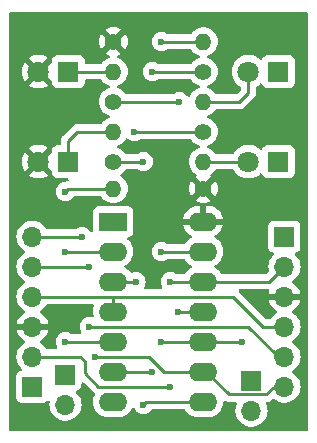
<source format=gbr>
%TF.GenerationSoftware,KiCad,Pcbnew,8.0.4*%
%TF.CreationDate,2024-09-17T13:39:00-04:00*%
%TF.ProjectId,FTDI_Monitor,46544449-5f4d-46f6-9e69-746f722e6b69,2*%
%TF.SameCoordinates,Original*%
%TF.FileFunction,Copper,L1,Top*%
%TF.FilePolarity,Positive*%
%FSLAX46Y46*%
G04 Gerber Fmt 4.6, Leading zero omitted, Abs format (unit mm)*
G04 Created by KiCad (PCBNEW 8.0.4) date 2024-09-17 13:39:00*
%MOMM*%
%LPD*%
G01*
G04 APERTURE LIST*
%TA.AperFunction,ComponentPad*%
%ADD10R,1.700000X1.700000*%
%TD*%
%TA.AperFunction,ComponentPad*%
%ADD11O,1.700000X1.700000*%
%TD*%
%TA.AperFunction,ComponentPad*%
%ADD12R,1.800000X1.800000*%
%TD*%
%TA.AperFunction,ComponentPad*%
%ADD13C,1.800000*%
%TD*%
%TA.AperFunction,ComponentPad*%
%ADD14C,1.400000*%
%TD*%
%TA.AperFunction,ComponentPad*%
%ADD15O,1.400000X1.400000*%
%TD*%
%TA.AperFunction,ComponentPad*%
%ADD16R,2.400000X1.600000*%
%TD*%
%TA.AperFunction,ComponentPad*%
%ADD17O,2.400000X1.600000*%
%TD*%
%TA.AperFunction,ViaPad*%
%ADD18C,0.600000*%
%TD*%
%TA.AperFunction,Conductor*%
%ADD19C,0.250000*%
%TD*%
G04 APERTURE END LIST*
D10*
%TO.P,J3,1,Pin_1*%
%TO.N,Net-(J3-Pin_1)*%
X84074000Y-54102000D03*
D11*
%TO.P,J3,2,Pin_2*%
%TO.N,/GND*%
X84074000Y-56642000D03*
%TD*%
D12*
%TO.P,D4,1,K*%
%TO.N,/GND*%
X86360000Y-35560000D03*
D13*
%TO.P,D4,2,A*%
%TO.N,Net-(D1-A)*%
X83820000Y-35560000D03*
%TD*%
D10*
%TO.P,J4,1,Pin_1*%
%TO.N,Net-(J4-Pin_1)*%
X68326000Y-53589000D03*
D11*
%TO.P,J4,2,Pin_2*%
%TO.N,/GND*%
X68326000Y-56129000D03*
%TD*%
D12*
%TO.P,D2,1,K*%
%TO.N,/GND*%
X86360000Y-27940000D03*
D13*
%TO.P,D2,2,A*%
%TO.N,Net-(D4-A)*%
X83820000Y-27940000D03*
%TD*%
D12*
%TO.P,D3,1,K*%
%TO.N,Net-(D2-K)*%
X68580000Y-35560000D03*
D13*
%TO.P,D3,2,A*%
%TO.N,/VCC*%
X66040000Y-35560000D03*
%TD*%
D10*
%TO.P,J1,1,GND*%
%TO.N,/GND*%
X86868000Y-41910000D03*
D11*
%TO.P,J1,2,CTS<*%
%TO.N,/M_CTS*%
X86868000Y-44450000D03*
%TO.P,J1,3,VCC*%
%TO.N,/VCC*%
X86868000Y-46990000D03*
%TO.P,J1,4,TX>*%
%TO.N,/M_TX*%
X86868000Y-49530000D03*
%TO.P,J1,5,RX<*%
%TO.N,/M_RX*%
X86868000Y-52070000D03*
%TO.P,J1,6,RTS>*%
%TO.N,/M_RTS*%
X86868000Y-54610000D03*
%TD*%
D14*
%TO.P,R2,1*%
%TO.N,Net-(R2-Pad1)*%
X80010000Y-27940000D03*
D15*
%TO.P,R2,2*%
%TO.N,Net-(D3-K)*%
X72390000Y-27940000D03*
%TD*%
D14*
%TO.P,R1,1*%
%TO.N,/VCC*%
X72390000Y-25400000D03*
D15*
%TO.P,R1,2*%
%TO.N,Net-(J3-Pin_1)*%
X80010000Y-25400000D03*
%TD*%
D14*
%TO.P,R4,1*%
%TO.N,Net-(R4-Pad1)*%
X80010000Y-33020000D03*
D15*
%TO.P,R4,2*%
%TO.N,Net-(D2-K)*%
X72390000Y-33020000D03*
%TD*%
D12*
%TO.P,D1,1,K*%
%TO.N,Net-(D3-K)*%
X68580000Y-27940000D03*
D13*
%TO.P,D1,2,A*%
%TO.N,/VCC*%
X66040000Y-27940000D03*
%TD*%
D14*
%TO.P,R5,1*%
%TO.N,Net-(R5-Pad1)*%
X72390000Y-35560000D03*
D15*
%TO.P,R5,2*%
%TO.N,Net-(D1-A)*%
X80010000Y-35560000D03*
%TD*%
D14*
%TO.P,R3,1*%
%TO.N,Net-(R3-Pad1)*%
X72390000Y-30480000D03*
D15*
%TO.P,R3,2*%
%TO.N,Net-(D4-A)*%
X80010000Y-30480000D03*
%TD*%
D16*
%TO.P,U1,1*%
%TO.N,/M_RX*%
X72375000Y-40635000D03*
D17*
%TO.P,U1,2*%
%TO.N,Net-(J4-Pin_1)*%
X72375000Y-43175000D03*
%TO.P,U1,3*%
%TO.N,Net-(R4-Pad1)*%
X72375000Y-45715000D03*
%TO.P,U1,4*%
%TO.N,/M_TX*%
X72375000Y-48255000D03*
%TO.P,U1,5*%
%TO.N,Net-(J4-Pin_1)*%
X72375000Y-50795000D03*
%TO.P,U1,6*%
%TO.N,Net-(R2-Pad1)*%
X72375000Y-53335000D03*
%TO.P,U1,7,GND*%
%TO.N,/GND*%
X72375000Y-55875000D03*
%TO.P,U1,8*%
%TO.N,Net-(R5-Pad1)*%
X79995000Y-55875000D03*
%TO.P,U1,9*%
%TO.N,/M_RTS*%
X79995000Y-53335000D03*
%TO.P,U1,10*%
%TO.N,Net-(J3-Pin_1)*%
X79995000Y-50795000D03*
%TO.P,U1,11*%
%TO.N,Net-(R3-Pad1)*%
X79995000Y-48255000D03*
%TO.P,U1,12*%
%TO.N,/M_CTS*%
X79995000Y-45715000D03*
%TO.P,U1,13*%
%TO.N,Net-(J3-Pin_1)*%
X79995000Y-43175000D03*
%TO.P,U1,14,VCC*%
%TO.N,/VCC*%
X79995000Y-40635000D03*
%TD*%
D14*
%TO.P,R6,1*%
%TO.N,/VCC*%
X80010000Y-37846000D03*
D15*
%TO.P,R6,2*%
%TO.N,Net-(J4-Pin_1)*%
X72390000Y-37846000D03*
%TD*%
D10*
%TO.P,J2,1,GND*%
%TO.N,/GND*%
X65532000Y-54610000D03*
D11*
%TO.P,J2,2,RTS<*%
%TO.N,/M_CTS*%
X65532000Y-52070000D03*
%TO.P,J2,3,VCC*%
%TO.N,/VCC*%
X65532000Y-49530000D03*
%TO.P,J2,4,RX>*%
%TO.N,/M_TX*%
X65532000Y-46990000D03*
%TO.P,J2,5,TX<*%
%TO.N,/M_RX*%
X65532000Y-44450000D03*
%TO.P,J2,6,CTS>*%
%TO.N,/M_RTS*%
X65532000Y-41910000D03*
%TD*%
D18*
%TO.N,Net-(R4-Pad1)*%
X74168000Y-33020000D03*
X74305000Y-45720000D03*
%TO.N,Net-(R3-Pad1)*%
X77841000Y-48260000D03*
X77978000Y-30480000D03*
%TO.N,Net-(R2-Pad1)*%
X75692000Y-53340000D03*
X75692000Y-27940000D03*
%TO.N,Net-(J3-Pin_1)*%
X76454000Y-43175000D03*
X83312000Y-50800000D03*
X76454000Y-25400000D03*
X76454000Y-50800000D03*
%TO.N,Net-(J4-Pin_1)*%
X68326000Y-38100000D03*
X68326000Y-43180000D03*
X68326000Y-50800000D03*
%TO.N,/M_RX*%
X70358000Y-44450000D03*
X70358000Y-49530000D03*
%TO.N,/M_RTS*%
X70866000Y-52070000D03*
X69733000Y-41910000D03*
%TO.N,/M_CTS*%
X77216000Y-45720000D03*
X77216000Y-54610000D03*
%TO.N,Net-(R5-Pad1)*%
X74930000Y-56134000D03*
X74930000Y-35560000D03*
%TD*%
D19*
%TO.N,Net-(R4-Pad1)*%
X72375000Y-45715000D02*
X74300000Y-45715000D01*
X74300000Y-45715000D02*
X74305000Y-45720000D01*
X74168000Y-33020000D02*
X80010000Y-33020000D01*
%TO.N,Net-(R3-Pad1)*%
X79995000Y-48255000D02*
X77846000Y-48255000D01*
X77846000Y-48255000D02*
X77841000Y-48260000D01*
X77978000Y-30480000D02*
X72390000Y-30480000D01*
%TO.N,Net-(R2-Pad1)*%
X75687000Y-53335000D02*
X75692000Y-53340000D01*
X75692000Y-27940000D02*
X80010000Y-27940000D01*
X72375000Y-53335000D02*
X75687000Y-53335000D01*
%TO.N,Net-(D1-A)*%
X80010000Y-35560000D02*
X83820000Y-35560000D01*
%TO.N,Net-(D2-K)*%
X72390000Y-33020000D02*
X69342000Y-33020000D01*
X69342000Y-33020000D02*
X68580000Y-33782000D01*
X68580000Y-33782000D02*
X68580000Y-35560000D01*
%TO.N,Net-(D3-K)*%
X72390000Y-27940000D02*
X68580000Y-27940000D01*
%TO.N,Net-(D4-A)*%
X83820000Y-29718000D02*
X83820000Y-27940000D01*
X83058000Y-30480000D02*
X83820000Y-29718000D01*
X80010000Y-30480000D02*
X83058000Y-30480000D01*
%TO.N,Net-(J3-Pin_1)*%
X76454000Y-50800000D02*
X76459000Y-50795000D01*
X76454000Y-43175000D02*
X79995000Y-43175000D01*
X76459000Y-50795000D02*
X79995000Y-50795000D01*
X79995000Y-50795000D02*
X83307000Y-50795000D01*
X83307000Y-50795000D02*
X83312000Y-50800000D01*
X76454000Y-25400000D02*
X80010000Y-25400000D01*
%TO.N,Net-(J4-Pin_1)*%
X72390000Y-37846000D02*
X68580000Y-37846000D01*
X72375000Y-50795000D02*
X68331000Y-50795000D01*
X68580000Y-37846000D02*
X68326000Y-38100000D01*
X68331000Y-50795000D02*
X68326000Y-50800000D01*
X68839000Y-43175000D02*
X72375000Y-43175000D01*
X68326000Y-43180000D02*
X68834000Y-43180000D01*
X68834000Y-43180000D02*
X68839000Y-43175000D01*
%TO.N,/M_TX*%
X72390000Y-46990000D02*
X82550000Y-46990000D01*
X72375000Y-48255000D02*
X72375000Y-47005000D01*
X65532000Y-46990000D02*
X72390000Y-46990000D01*
X82550000Y-46990000D02*
X85090000Y-49530000D01*
X72375000Y-47005000D02*
X72390000Y-46990000D01*
X85090000Y-49530000D02*
X86868000Y-49530000D01*
%TO.N,/M_RX*%
X83820000Y-49530000D02*
X70358000Y-49530000D01*
X83820000Y-49530000D02*
X86164000Y-51874000D01*
X65532000Y-44450000D02*
X70358000Y-44450000D01*
X86672000Y-51874000D02*
X86164000Y-51874000D01*
%TO.N,/M_RTS*%
X79995000Y-53335000D02*
X80259000Y-53335000D01*
X75438000Y-52070000D02*
X76703000Y-53335000D01*
X70866000Y-52070000D02*
X75438000Y-52070000D01*
X85884000Y-54737000D02*
X85344000Y-55277000D01*
X80259000Y-53335000D02*
X82201000Y-55277000D01*
X76703000Y-53335000D02*
X79995000Y-53335000D01*
X86868000Y-54610000D02*
X86741000Y-54737000D01*
X82201000Y-55277000D02*
X85344000Y-55277000D01*
X86741000Y-54737000D02*
X85884000Y-54737000D01*
X65532000Y-41910000D02*
X69733000Y-41910000D01*
%TO.N,/M_CTS*%
X65532000Y-52070000D02*
X69596000Y-52070000D01*
X71120000Y-54610000D02*
X77216000Y-54610000D01*
X69977000Y-53467000D02*
X71120000Y-54610000D01*
X77724000Y-45720000D02*
X77729000Y-45715000D01*
X69977000Y-52451000D02*
X69977000Y-53467000D01*
X77729000Y-45715000D02*
X79995000Y-45715000D01*
X69596000Y-52070000D02*
X69977000Y-52451000D01*
X79995000Y-45715000D02*
X85603000Y-45715000D01*
X85603000Y-45715000D02*
X86868000Y-44450000D01*
X77216000Y-45720000D02*
X77724000Y-45720000D01*
%TO.N,Net-(R5-Pad1)*%
X79995000Y-55875000D02*
X75189000Y-55875000D01*
X74930000Y-35560000D02*
X72390000Y-35560000D01*
X75189000Y-55875000D02*
X74930000Y-56134000D01*
%TD*%
%TA.AperFunction,Conductor*%
%TO.N,/VCC*%
G36*
X70699046Y-47643502D02*
G01*
X70745539Y-47697158D01*
X70755643Y-47767432D01*
X70750758Y-47788436D01*
X70698721Y-47948587D01*
X70698720Y-47948590D01*
X70698720Y-47948592D01*
X70666500Y-48152019D01*
X70666500Y-48357981D01*
X70693344Y-48527465D01*
X70698721Y-48561412D01*
X70704911Y-48580463D01*
X70706938Y-48651431D01*
X70670276Y-48712229D01*
X70606563Y-48743554D01*
X70543466Y-48738329D01*
X70539050Y-48736784D01*
X70539049Y-48736783D01*
X70539047Y-48736783D01*
X70358000Y-48716384D01*
X70176953Y-48736783D01*
X70176950Y-48736783D01*
X70176949Y-48736784D01*
X70004984Y-48796957D01*
X70004981Y-48796958D01*
X69850720Y-48893887D01*
X69850718Y-48893888D01*
X69721888Y-49022718D01*
X69721887Y-49022720D01*
X69624958Y-49176981D01*
X69624957Y-49176984D01*
X69579942Y-49305632D01*
X69564783Y-49348953D01*
X69544384Y-49530000D01*
X69564783Y-49711047D01*
X69564783Y-49711049D01*
X69564784Y-49711050D01*
X69624956Y-49883013D01*
X69678648Y-49968464D01*
X69697953Y-50036786D01*
X69677257Y-50104699D01*
X69623130Y-50150642D01*
X69571960Y-50161500D01*
X68865779Y-50161500D01*
X68798743Y-50142187D01*
X68679017Y-50066958D01*
X68679015Y-50066957D01*
X68507050Y-50006784D01*
X68507049Y-50006783D01*
X68507047Y-50006783D01*
X68326000Y-49986384D01*
X68144953Y-50006783D01*
X68144950Y-50006783D01*
X68144949Y-50006784D01*
X67972984Y-50066957D01*
X67972981Y-50066958D01*
X67818720Y-50163887D01*
X67818718Y-50163888D01*
X67689888Y-50292718D01*
X67689887Y-50292720D01*
X67592958Y-50446981D01*
X67592957Y-50446984D01*
X67592957Y-50446985D01*
X67532783Y-50618953D01*
X67512384Y-50800000D01*
X67532783Y-50981047D01*
X67532783Y-50981049D01*
X67532784Y-50981050D01*
X67592957Y-51153015D01*
X67592958Y-51153018D01*
X67649789Y-51243464D01*
X67669095Y-51311785D01*
X67648399Y-51379699D01*
X67594272Y-51425642D01*
X67543102Y-51436500D01*
X66809038Y-51436500D01*
X66740917Y-51416498D01*
X66703555Y-51379415D01*
X66607724Y-51232734D01*
X66607720Y-51232729D01*
X66455237Y-51067091D01*
X66344688Y-50981047D01*
X66277576Y-50928811D01*
X66243792Y-50910528D01*
X66193402Y-50860516D01*
X66178050Y-50791199D01*
X66202610Y-50724586D01*
X66243793Y-50688901D01*
X66277300Y-50670767D01*
X66277301Y-50670767D01*
X66454902Y-50532534D01*
X66607325Y-50366958D01*
X66730419Y-50178548D01*
X66820820Y-49972456D01*
X66820823Y-49972449D01*
X66868544Y-49784000D01*
X65962703Y-49784000D01*
X65997925Y-49722993D01*
X66032000Y-49595826D01*
X66032000Y-49464174D01*
X65997925Y-49337007D01*
X65962703Y-49276000D01*
X66868544Y-49276000D01*
X66868544Y-49275999D01*
X66820823Y-49087550D01*
X66820820Y-49087543D01*
X66730419Y-48881451D01*
X66607325Y-48693041D01*
X66454902Y-48527465D01*
X66277301Y-48389232D01*
X66277300Y-48389231D01*
X66243791Y-48371097D01*
X66193401Y-48321083D01*
X66178050Y-48251766D01*
X66202612Y-48185153D01*
X66243790Y-48149472D01*
X66277576Y-48131189D01*
X66455240Y-47992906D01*
X66607722Y-47827268D01*
X66703555Y-47680585D01*
X66757558Y-47634496D01*
X66809038Y-47623500D01*
X70630925Y-47623500D01*
X70699046Y-47643502D01*
G37*
%TD.AperFunction*%
%TA.AperFunction,Conductor*%
G36*
X85541752Y-46368502D02*
G01*
X85588245Y-46422158D01*
X85598349Y-46492432D01*
X85589018Y-46525115D01*
X85579177Y-46547548D01*
X85579176Y-46547550D01*
X85531455Y-46735999D01*
X85531456Y-46736000D01*
X86437297Y-46736000D01*
X86402075Y-46797007D01*
X86368000Y-46924174D01*
X86368000Y-47055826D01*
X86402075Y-47182993D01*
X86437297Y-47244000D01*
X85531455Y-47244000D01*
X85579176Y-47432449D01*
X85579179Y-47432456D01*
X85669580Y-47638548D01*
X85792674Y-47826958D01*
X85945097Y-47992534D01*
X86122698Y-48130767D01*
X86122704Y-48130771D01*
X86156207Y-48148902D01*
X86206597Y-48198915D01*
X86221949Y-48268232D01*
X86197388Y-48334845D01*
X86156207Y-48370528D01*
X86122430Y-48388807D01*
X86122424Y-48388811D01*
X85944762Y-48527091D01*
X85792279Y-48692729D01*
X85792275Y-48692734D01*
X85696445Y-48839415D01*
X85642442Y-48885504D01*
X85590962Y-48896500D01*
X85404594Y-48896500D01*
X85336473Y-48876498D01*
X85315499Y-48859595D01*
X83019499Y-46563595D01*
X82985473Y-46501283D01*
X82990538Y-46430468D01*
X83033085Y-46373632D01*
X83099605Y-46348821D01*
X83108594Y-46348500D01*
X85473631Y-46348500D01*
X85541752Y-46368502D01*
G37*
%TD.AperFunction*%
%TA.AperFunction,Conductor*%
G36*
X88791621Y-22930502D02*
G01*
X88838114Y-22984158D01*
X88849500Y-23036500D01*
X88849500Y-58243500D01*
X88829498Y-58311621D01*
X88775842Y-58358114D01*
X88723500Y-58369500D01*
X63676500Y-58369500D01*
X63608379Y-58349498D01*
X63561886Y-58295842D01*
X63550500Y-58243500D01*
X63550500Y-41910000D01*
X64168844Y-41910000D01*
X64183846Y-42091047D01*
X64187437Y-42134375D01*
X64242702Y-42352612D01*
X64242703Y-42352613D01*
X64242704Y-42352616D01*
X64331256Y-42554496D01*
X64333141Y-42558793D01*
X64456275Y-42747265D01*
X64456279Y-42747270D01*
X64608762Y-42912908D01*
X64663331Y-42955381D01*
X64786424Y-43051189D01*
X64819680Y-43069186D01*
X64870071Y-43119200D01*
X64885423Y-43188516D01*
X64860862Y-43255129D01*
X64819680Y-43290813D01*
X64786426Y-43308810D01*
X64786424Y-43308811D01*
X64608762Y-43447091D01*
X64456279Y-43612729D01*
X64456275Y-43612734D01*
X64333141Y-43801206D01*
X64242703Y-44007386D01*
X64242702Y-44007387D01*
X64187437Y-44225624D01*
X64187436Y-44225630D01*
X64187436Y-44225632D01*
X64168844Y-44450000D01*
X64187436Y-44674368D01*
X64187436Y-44674370D01*
X64187437Y-44674375D01*
X64242702Y-44892612D01*
X64242703Y-44892613D01*
X64242704Y-44892616D01*
X64327578Y-45086111D01*
X64333141Y-45098793D01*
X64456275Y-45287265D01*
X64456279Y-45287270D01*
X64608762Y-45452908D01*
X64663331Y-45495381D01*
X64786424Y-45591189D01*
X64819680Y-45609186D01*
X64870071Y-45659200D01*
X64885423Y-45728516D01*
X64860862Y-45795129D01*
X64819680Y-45830813D01*
X64786426Y-45848810D01*
X64786424Y-45848811D01*
X64608762Y-45987091D01*
X64456279Y-46152729D01*
X64456275Y-46152734D01*
X64333141Y-46341206D01*
X64242703Y-46547386D01*
X64242702Y-46547387D01*
X64187437Y-46765624D01*
X64187436Y-46765630D01*
X64187436Y-46765632D01*
X64168844Y-46990000D01*
X64184836Y-47182993D01*
X64187437Y-47214375D01*
X64242702Y-47432612D01*
X64242703Y-47432613D01*
X64242704Y-47432616D01*
X64333140Y-47638791D01*
X64333141Y-47638793D01*
X64456275Y-47827265D01*
X64456279Y-47827270D01*
X64608762Y-47992908D01*
X64663331Y-48035381D01*
X64786424Y-48131189D01*
X64820205Y-48149470D01*
X64870596Y-48199482D01*
X64885949Y-48268799D01*
X64861389Y-48335412D01*
X64820209Y-48371096D01*
X64786704Y-48389228D01*
X64786698Y-48389232D01*
X64609097Y-48527465D01*
X64456674Y-48693041D01*
X64333580Y-48881451D01*
X64243179Y-49087543D01*
X64243176Y-49087550D01*
X64195455Y-49275999D01*
X64195456Y-49276000D01*
X65101297Y-49276000D01*
X65066075Y-49337007D01*
X65032000Y-49464174D01*
X65032000Y-49595826D01*
X65066075Y-49722993D01*
X65101297Y-49784000D01*
X64195455Y-49784000D01*
X64243176Y-49972449D01*
X64243179Y-49972456D01*
X64333580Y-50178548D01*
X64456674Y-50366958D01*
X64609097Y-50532534D01*
X64786698Y-50670767D01*
X64786704Y-50670771D01*
X64820207Y-50688902D01*
X64870597Y-50738915D01*
X64885949Y-50808232D01*
X64861388Y-50874845D01*
X64820207Y-50910528D01*
X64786430Y-50928807D01*
X64786424Y-50928811D01*
X64608762Y-51067091D01*
X64456279Y-51232729D01*
X64456275Y-51232734D01*
X64333141Y-51421206D01*
X64242703Y-51627386D01*
X64242702Y-51627387D01*
X64187437Y-51845624D01*
X64187436Y-51845630D01*
X64187436Y-51845632D01*
X64168844Y-52070000D01*
X64180931Y-52215871D01*
X64187437Y-52294375D01*
X64242702Y-52512612D01*
X64242703Y-52512613D01*
X64242704Y-52512616D01*
X64302773Y-52649561D01*
X64333141Y-52718793D01*
X64456275Y-52907265D01*
X64456280Y-52907270D01*
X64599475Y-53062820D01*
X64630896Y-53126485D01*
X64622909Y-53197031D01*
X64578051Y-53252060D01*
X64550807Y-53266213D01*
X64435797Y-53309110D01*
X64435792Y-53309112D01*
X64318738Y-53396738D01*
X64231112Y-53513792D01*
X64231110Y-53513797D01*
X64180011Y-53650795D01*
X64180009Y-53650803D01*
X64173500Y-53711350D01*
X64173500Y-55508649D01*
X64180009Y-55569196D01*
X64180011Y-55569204D01*
X64231110Y-55706202D01*
X64231112Y-55706207D01*
X64318738Y-55823261D01*
X64435792Y-55910887D01*
X64435794Y-55910888D01*
X64435796Y-55910889D01*
X64488380Y-55930502D01*
X64572795Y-55961988D01*
X64572803Y-55961990D01*
X64633350Y-55968499D01*
X64633355Y-55968499D01*
X64633362Y-55968500D01*
X64633368Y-55968500D01*
X66430632Y-55968500D01*
X66430638Y-55968500D01*
X66430645Y-55968499D01*
X66430649Y-55968499D01*
X66491196Y-55961990D01*
X66491199Y-55961989D01*
X66491201Y-55961989D01*
X66628204Y-55910889D01*
X66636563Y-55904632D01*
X66698398Y-55858342D01*
X66745261Y-55823261D01*
X66756253Y-55808576D01*
X66813088Y-55766030D01*
X66883904Y-55760964D01*
X66946216Y-55794989D01*
X66980242Y-55857300D01*
X66981273Y-55899388D01*
X66981867Y-55899438D01*
X66981436Y-55904628D01*
X66981436Y-55904632D01*
X66962844Y-56129000D01*
X66968676Y-56199386D01*
X66981437Y-56353375D01*
X67036702Y-56571612D01*
X67036703Y-56571613D01*
X67127141Y-56777793D01*
X67250275Y-56966265D01*
X67250279Y-56966270D01*
X67402762Y-57131908D01*
X67427649Y-57151278D01*
X67580424Y-57270189D01*
X67778426Y-57377342D01*
X67778427Y-57377342D01*
X67778428Y-57377343D01*
X67890227Y-57415723D01*
X67991365Y-57450444D01*
X68213431Y-57487500D01*
X68213435Y-57487500D01*
X68438565Y-57487500D01*
X68438569Y-57487500D01*
X68660635Y-57450444D01*
X68873574Y-57377342D01*
X69071576Y-57270189D01*
X69249240Y-57131906D01*
X69401722Y-56966268D01*
X69524860Y-56777791D01*
X69615296Y-56571616D01*
X69670564Y-56353368D01*
X69689156Y-56129000D01*
X69670564Y-55904632D01*
X69636982Y-55772019D01*
X69615297Y-55686387D01*
X69615296Y-55686386D01*
X69615296Y-55686384D01*
X69524860Y-55480209D01*
X69485470Y-55419918D01*
X69401724Y-55291734D01*
X69401719Y-55291729D01*
X69347576Y-55232915D01*
X69258524Y-55136179D01*
X69227103Y-55072514D01*
X69235090Y-55001968D01*
X69279948Y-54946939D01*
X69307183Y-54932789D01*
X69422204Y-54889889D01*
X69430133Y-54883954D01*
X69539261Y-54802261D01*
X69626887Y-54685207D01*
X69626887Y-54685206D01*
X69626889Y-54685204D01*
X69677989Y-54548201D01*
X69678712Y-54541482D01*
X69684499Y-54487649D01*
X69684500Y-54487632D01*
X69684500Y-54374594D01*
X69704502Y-54306473D01*
X69758158Y-54259980D01*
X69828432Y-54249876D01*
X69893012Y-54279370D01*
X69899595Y-54285499D01*
X70716164Y-55102068D01*
X70716171Y-55102074D01*
X70760409Y-55131633D01*
X70805937Y-55186110D01*
X70814784Y-55256553D01*
X70802674Y-55293600D01*
X70762369Y-55372702D01*
X70762364Y-55372714D01*
X70698721Y-55568587D01*
X70698721Y-55568588D01*
X70698720Y-55568592D01*
X70666500Y-55772019D01*
X70666500Y-55977981D01*
X70698720Y-56181408D01*
X70698721Y-56181412D01*
X70754595Y-56353375D01*
X70762366Y-56377290D01*
X70855871Y-56560803D01*
X70976932Y-56727430D01*
X70976934Y-56727432D01*
X70976936Y-56727435D01*
X71122564Y-56873063D01*
X71122567Y-56873065D01*
X71122570Y-56873068D01*
X71289197Y-56994129D01*
X71472710Y-57087634D01*
X71668592Y-57151280D01*
X71872019Y-57183500D01*
X71872022Y-57183500D01*
X72877978Y-57183500D01*
X72877981Y-57183500D01*
X73081408Y-57151280D01*
X73277290Y-57087634D01*
X73460803Y-56994129D01*
X73627430Y-56873068D01*
X73773068Y-56727430D01*
X73894129Y-56560803D01*
X73955138Y-56441065D01*
X74003885Y-56389451D01*
X74072800Y-56372385D01*
X74140001Y-56395285D01*
X74184154Y-56450883D01*
X74186333Y-56456653D01*
X74196958Y-56487018D01*
X74293887Y-56641279D01*
X74293888Y-56641281D01*
X74422718Y-56770111D01*
X74422720Y-56770112D01*
X74576981Y-56867041D01*
X74576982Y-56867041D01*
X74576985Y-56867043D01*
X74748953Y-56927217D01*
X74930000Y-56947616D01*
X75111047Y-56927217D01*
X75283015Y-56867043D01*
X75437281Y-56770111D01*
X75566111Y-56641281D01*
X75609885Y-56571616D01*
X75612494Y-56567464D01*
X75665672Y-56520426D01*
X75719181Y-56508500D01*
X78373670Y-56508500D01*
X78441791Y-56528502D01*
X78475606Y-56560439D01*
X78483727Y-56571616D01*
X78596932Y-56727430D01*
X78596934Y-56727432D01*
X78596936Y-56727435D01*
X78742564Y-56873063D01*
X78742567Y-56873065D01*
X78742570Y-56873068D01*
X78909197Y-56994129D01*
X79092710Y-57087634D01*
X79288592Y-57151280D01*
X79492019Y-57183500D01*
X79492022Y-57183500D01*
X80497978Y-57183500D01*
X80497981Y-57183500D01*
X80701408Y-57151280D01*
X80897290Y-57087634D01*
X81080803Y-56994129D01*
X81247430Y-56873068D01*
X81393068Y-56727430D01*
X81514129Y-56560803D01*
X81607634Y-56377290D01*
X81671280Y-56181408D01*
X81703500Y-55977981D01*
X81703500Y-55942215D01*
X81723502Y-55874094D01*
X81777158Y-55827601D01*
X81847432Y-55817497D01*
X81895276Y-55835830D01*
X81895463Y-55835482D01*
X81898238Y-55836965D01*
X81899500Y-55837448D01*
X81900925Y-55838401D01*
X81982447Y-55872168D01*
X82016215Y-55886155D01*
X82138606Y-55910500D01*
X82718563Y-55910500D01*
X82786684Y-55930502D01*
X82833177Y-55984158D01*
X82843281Y-56054432D01*
X82833950Y-56087114D01*
X82784705Y-56199380D01*
X82784702Y-56199387D01*
X82729437Y-56417624D01*
X82729436Y-56417630D01*
X82729436Y-56417632D01*
X82710844Y-56642000D01*
X82722096Y-56777793D01*
X82729437Y-56866375D01*
X82784702Y-57084612D01*
X82784703Y-57084613D01*
X82784704Y-57084616D01*
X82828078Y-57183500D01*
X82875141Y-57290793D01*
X82998275Y-57479265D01*
X82998279Y-57479270D01*
X83150762Y-57644908D01*
X83205331Y-57687381D01*
X83328424Y-57783189D01*
X83526426Y-57890342D01*
X83526427Y-57890342D01*
X83526428Y-57890343D01*
X83638227Y-57928723D01*
X83739365Y-57963444D01*
X83961431Y-58000500D01*
X83961435Y-58000500D01*
X84186565Y-58000500D01*
X84186569Y-58000500D01*
X84408635Y-57963444D01*
X84621574Y-57890342D01*
X84819576Y-57783189D01*
X84997240Y-57644906D01*
X85149722Y-57479268D01*
X85272860Y-57290791D01*
X85363296Y-57084616D01*
X85418564Y-56866368D01*
X85437156Y-56642000D01*
X85418564Y-56417632D01*
X85363296Y-56199384D01*
X85313195Y-56085166D01*
X85304150Y-56014749D01*
X85334611Y-55950619D01*
X85394907Y-55913138D01*
X85404003Y-55910975D01*
X85406391Y-55910500D01*
X85406394Y-55910500D01*
X85528785Y-55886155D01*
X85644075Y-55838400D01*
X85747833Y-55769071D01*
X85843159Y-55673744D01*
X85905470Y-55639720D01*
X85976286Y-55644784D01*
X86009645Y-55663409D01*
X86122416Y-55751183D01*
X86122424Y-55751189D01*
X86320426Y-55858342D01*
X86320427Y-55858342D01*
X86320428Y-55858343D01*
X86432227Y-55896723D01*
X86533365Y-55931444D01*
X86755431Y-55968500D01*
X86755435Y-55968500D01*
X86980565Y-55968500D01*
X86980569Y-55968500D01*
X87202635Y-55931444D01*
X87415574Y-55858342D01*
X87613576Y-55751189D01*
X87791240Y-55612906D01*
X87943722Y-55447268D01*
X88066860Y-55258791D01*
X88157296Y-55052616D01*
X88212564Y-54834368D01*
X88231156Y-54610000D01*
X88212564Y-54385632D01*
X88162373Y-54187432D01*
X88157297Y-54167387D01*
X88157296Y-54167386D01*
X88157296Y-54167384D01*
X88066860Y-53961209D01*
X88024518Y-53896400D01*
X87943724Y-53772734D01*
X87943720Y-53772729D01*
X87791237Y-53607091D01*
X87671367Y-53513792D01*
X87613576Y-53468811D01*
X87580319Y-53450813D01*
X87529929Y-53400802D01*
X87514576Y-53331485D01*
X87539136Y-53264872D01*
X87580320Y-53229186D01*
X87613576Y-53211189D01*
X87791240Y-53072906D01*
X87943722Y-52907268D01*
X88066860Y-52718791D01*
X88157296Y-52512616D01*
X88212564Y-52294368D01*
X88231156Y-52070000D01*
X88212564Y-51845632D01*
X88162373Y-51647432D01*
X88157297Y-51627387D01*
X88157296Y-51627386D01*
X88157296Y-51627384D01*
X88066860Y-51421209D01*
X87995370Y-51311785D01*
X87943724Y-51232734D01*
X87943720Y-51232729D01*
X87791237Y-51067091D01*
X87680688Y-50981047D01*
X87613576Y-50928811D01*
X87601888Y-50922486D01*
X87580320Y-50910814D01*
X87529929Y-50860802D01*
X87514576Y-50791485D01*
X87539136Y-50724872D01*
X87580320Y-50689186D01*
X87580847Y-50688901D01*
X87613576Y-50671189D01*
X87791240Y-50532906D01*
X87943722Y-50367268D01*
X88066860Y-50178791D01*
X88157296Y-49972616D01*
X88212564Y-49754368D01*
X88231156Y-49530000D01*
X88212564Y-49305632D01*
X88157338Y-49087550D01*
X88157297Y-49087387D01*
X88157296Y-49087386D01*
X88157296Y-49087384D01*
X88066860Y-48881209D01*
X88011816Y-48796958D01*
X87943724Y-48692734D01*
X87943720Y-48692729D01*
X87822829Y-48561408D01*
X87791240Y-48527094D01*
X87791239Y-48527093D01*
X87791237Y-48527091D01*
X87680688Y-48441047D01*
X87613576Y-48388811D01*
X87579792Y-48370528D01*
X87529402Y-48320516D01*
X87514050Y-48251199D01*
X87538610Y-48184586D01*
X87579793Y-48148901D01*
X87613300Y-48130767D01*
X87613301Y-48130767D01*
X87790902Y-47992534D01*
X87943325Y-47826958D01*
X88066419Y-47638548D01*
X88156820Y-47432456D01*
X88156823Y-47432449D01*
X88204544Y-47244000D01*
X87298703Y-47244000D01*
X87333925Y-47182993D01*
X87368000Y-47055826D01*
X87368000Y-46924174D01*
X87333925Y-46797007D01*
X87298703Y-46736000D01*
X88204544Y-46736000D01*
X88204544Y-46735999D01*
X88156823Y-46547550D01*
X88156820Y-46547543D01*
X88066419Y-46341451D01*
X87943325Y-46153041D01*
X87790902Y-45987465D01*
X87613301Y-45849232D01*
X87613300Y-45849231D01*
X87579791Y-45831097D01*
X87529401Y-45781083D01*
X87514050Y-45711766D01*
X87538612Y-45645153D01*
X87579790Y-45609472D01*
X87613576Y-45591189D01*
X87791240Y-45452906D01*
X87943722Y-45287268D01*
X88066860Y-45098791D01*
X88157296Y-44892616D01*
X88212564Y-44674368D01*
X88231156Y-44450000D01*
X88212564Y-44225632D01*
X88162373Y-44027432D01*
X88157297Y-44007387D01*
X88157296Y-44007386D01*
X88157296Y-44007384D01*
X88066860Y-43801209D01*
X87995370Y-43691785D01*
X87943724Y-43612734D01*
X87943719Y-43612729D01*
X87865736Y-43528018D01*
X87800524Y-43457179D01*
X87769103Y-43393514D01*
X87777090Y-43322968D01*
X87821948Y-43267939D01*
X87849183Y-43253789D01*
X87964204Y-43210889D01*
X88016842Y-43171485D01*
X88081261Y-43123261D01*
X88168887Y-43006207D01*
X88168887Y-43006206D01*
X88168889Y-43006204D01*
X88219989Y-42869201D01*
X88220055Y-42868592D01*
X88226499Y-42808649D01*
X88226500Y-42808632D01*
X88226500Y-41011367D01*
X88226499Y-41011350D01*
X88219990Y-40950803D01*
X88219988Y-40950795D01*
X88168889Y-40813797D01*
X88168887Y-40813792D01*
X88081261Y-40696738D01*
X87964207Y-40609112D01*
X87964202Y-40609110D01*
X87827204Y-40558011D01*
X87827196Y-40558009D01*
X87766649Y-40551500D01*
X87766638Y-40551500D01*
X85969362Y-40551500D01*
X85969350Y-40551500D01*
X85908803Y-40558009D01*
X85908795Y-40558011D01*
X85771797Y-40609110D01*
X85771792Y-40609112D01*
X85654738Y-40696738D01*
X85567112Y-40813792D01*
X85567110Y-40813797D01*
X85516011Y-40950795D01*
X85516009Y-40950803D01*
X85509500Y-41011350D01*
X85509500Y-42808649D01*
X85516009Y-42869196D01*
X85516011Y-42869204D01*
X85567110Y-43006202D01*
X85567112Y-43006207D01*
X85654738Y-43123261D01*
X85771791Y-43210886D01*
X85771792Y-43210886D01*
X85771796Y-43210889D01*
X85886810Y-43253787D01*
X85943642Y-43296332D01*
X85968453Y-43362852D01*
X85953362Y-43432226D01*
X85935475Y-43457179D01*
X85792280Y-43612729D01*
X85792275Y-43612734D01*
X85669141Y-43801206D01*
X85578703Y-44007386D01*
X85578702Y-44007387D01*
X85523437Y-44225624D01*
X85523436Y-44225630D01*
X85523436Y-44225632D01*
X85517760Y-44294129D01*
X85504844Y-44450000D01*
X85523436Y-44674369D01*
X85551182Y-44783935D01*
X85548514Y-44854882D01*
X85518133Y-44903961D01*
X85377501Y-45044595D01*
X85315189Y-45078620D01*
X85288405Y-45081500D01*
X81616330Y-45081500D01*
X81548209Y-45061498D01*
X81514394Y-45029561D01*
X81439721Y-44926783D01*
X81393068Y-44862570D01*
X81393065Y-44862567D01*
X81393063Y-44862564D01*
X81247435Y-44716936D01*
X81247432Y-44716934D01*
X81247430Y-44716932D01*
X81080803Y-44595871D01*
X81005034Y-44557265D01*
X80953422Y-44508519D01*
X80936356Y-44439604D01*
X80959257Y-44372402D01*
X81005034Y-44332735D01*
X81080803Y-44294129D01*
X81247430Y-44173068D01*
X81393068Y-44027430D01*
X81514129Y-43860803D01*
X81607634Y-43677290D01*
X81671280Y-43481408D01*
X81703500Y-43277981D01*
X81703500Y-43072019D01*
X81671280Y-42868592D01*
X81607634Y-42672710D01*
X81514129Y-42489197D01*
X81393068Y-42322570D01*
X81393065Y-42322567D01*
X81393063Y-42322564D01*
X81247435Y-42176936D01*
X81247432Y-42176934D01*
X81247431Y-42176933D01*
X81247430Y-42176932D01*
X81080803Y-42055871D01*
X81004486Y-42016985D01*
X80952873Y-41968239D01*
X80935807Y-41899324D01*
X80958708Y-41832122D01*
X81004488Y-41792453D01*
X81080545Y-41753699D01*
X81247107Y-41632684D01*
X81247110Y-41632682D01*
X81392682Y-41487110D01*
X81392684Y-41487107D01*
X81513699Y-41320545D01*
X81607170Y-41137099D01*
X81607173Y-41137093D01*
X81670791Y-40941295D01*
X81679074Y-40889000D01*
X80306686Y-40889000D01*
X80315080Y-40880606D01*
X80367741Y-40789394D01*
X80395000Y-40687661D01*
X80395000Y-40582339D01*
X80367741Y-40480606D01*
X80315080Y-40389394D01*
X80306686Y-40381000D01*
X81679074Y-40381000D01*
X81670791Y-40328704D01*
X81607173Y-40132906D01*
X81607170Y-40132900D01*
X81513699Y-39949454D01*
X81392684Y-39782892D01*
X81392682Y-39782889D01*
X81247110Y-39637317D01*
X81247107Y-39637315D01*
X81080545Y-39516300D01*
X80897099Y-39422829D01*
X80897093Y-39422826D01*
X80701294Y-39359208D01*
X80701298Y-39359208D01*
X80497939Y-39327000D01*
X80249000Y-39327000D01*
X80249000Y-40323314D01*
X80240606Y-40314920D01*
X80149394Y-40262259D01*
X80047661Y-40235000D01*
X79942339Y-40235000D01*
X79840606Y-40262259D01*
X79749394Y-40314920D01*
X79741000Y-40323314D01*
X79741000Y-39327000D01*
X79492061Y-39327000D01*
X79288703Y-39359208D01*
X79092906Y-39422826D01*
X79092900Y-39422829D01*
X78909454Y-39516300D01*
X78742892Y-39637315D01*
X78742889Y-39637317D01*
X78597317Y-39782889D01*
X78597315Y-39782892D01*
X78476300Y-39949454D01*
X78382829Y-40132900D01*
X78382826Y-40132906D01*
X78319208Y-40328704D01*
X78310926Y-40381000D01*
X79683314Y-40381000D01*
X79674920Y-40389394D01*
X79622259Y-40480606D01*
X79595000Y-40582339D01*
X79595000Y-40687661D01*
X79622259Y-40789394D01*
X79674920Y-40880606D01*
X79683314Y-40889000D01*
X78310926Y-40889000D01*
X78319208Y-40941295D01*
X78382826Y-41137093D01*
X78382829Y-41137099D01*
X78476300Y-41320545D01*
X78597315Y-41487107D01*
X78597317Y-41487110D01*
X78742889Y-41632682D01*
X78742892Y-41632684D01*
X78909455Y-41753700D01*
X78985511Y-41792453D01*
X79037126Y-41841202D01*
X79054192Y-41910117D01*
X79031291Y-41977318D01*
X78985511Y-42016987D01*
X78909193Y-42055872D01*
X78742567Y-42176934D01*
X78742564Y-42176936D01*
X78596936Y-42322564D01*
X78596934Y-42322567D01*
X78475606Y-42489561D01*
X78419384Y-42532915D01*
X78373670Y-42541500D01*
X77001737Y-42541500D01*
X76934701Y-42522187D01*
X76807017Y-42441958D01*
X76807015Y-42441957D01*
X76635050Y-42381784D01*
X76635049Y-42381783D01*
X76635047Y-42381783D01*
X76454000Y-42361384D01*
X76272953Y-42381783D01*
X76272950Y-42381783D01*
X76272949Y-42381784D01*
X76100984Y-42441957D01*
X76100981Y-42441958D01*
X75946720Y-42538887D01*
X75946718Y-42538888D01*
X75817888Y-42667718D01*
X75817887Y-42667720D01*
X75720958Y-42821981D01*
X75720957Y-42821984D01*
X75689142Y-42912908D01*
X75660783Y-42993953D01*
X75640384Y-43175000D01*
X75660783Y-43356047D01*
X75660783Y-43356049D01*
X75660784Y-43356050D01*
X75720957Y-43528015D01*
X75720958Y-43528018D01*
X75817887Y-43682279D01*
X75817888Y-43682281D01*
X75946718Y-43811111D01*
X75946720Y-43811112D01*
X76100981Y-43908041D01*
X76100982Y-43908041D01*
X76100985Y-43908043D01*
X76272953Y-43968217D01*
X76454000Y-43988616D01*
X76635047Y-43968217D01*
X76807015Y-43908043D01*
X76882776Y-43860439D01*
X76934701Y-43827813D01*
X77001737Y-43808500D01*
X78373670Y-43808500D01*
X78441791Y-43828502D01*
X78475606Y-43860439D01*
X78535874Y-43943390D01*
X78596932Y-44027430D01*
X78596934Y-44027432D01*
X78596936Y-44027435D01*
X78742564Y-44173063D01*
X78742567Y-44173065D01*
X78742570Y-44173068D01*
X78909197Y-44294129D01*
X78984962Y-44332733D01*
X79036577Y-44381482D01*
X79053643Y-44450397D01*
X79030742Y-44517598D01*
X78984963Y-44557266D01*
X78916033Y-44592387D01*
X78909193Y-44595873D01*
X78742567Y-44716934D01*
X78742564Y-44716936D01*
X78596936Y-44862564D01*
X78596934Y-44862567D01*
X78475606Y-45029561D01*
X78419384Y-45072915D01*
X78373670Y-45081500D01*
X77755779Y-45081500D01*
X77688743Y-45062187D01*
X77569017Y-44986958D01*
X77569015Y-44986957D01*
X77397050Y-44926784D01*
X77397049Y-44926783D01*
X77397047Y-44926783D01*
X77216000Y-44906384D01*
X77034953Y-44926783D01*
X77034950Y-44926783D01*
X77034949Y-44926784D01*
X76862984Y-44986957D01*
X76862981Y-44986958D01*
X76708720Y-45083887D01*
X76708718Y-45083888D01*
X76579888Y-45212718D01*
X76579887Y-45212720D01*
X76482958Y-45366981D01*
X76482957Y-45366984D01*
X76482957Y-45366985D01*
X76422783Y-45538953D01*
X76402384Y-45720000D01*
X76422783Y-45901047D01*
X76422783Y-45901049D01*
X76422784Y-45901050D01*
X76482957Y-46073015D01*
X76482958Y-46073018D01*
X76539789Y-46163464D01*
X76559095Y-46231785D01*
X76538399Y-46299699D01*
X76484272Y-46345642D01*
X76433102Y-46356500D01*
X75087898Y-46356500D01*
X75019777Y-46336498D01*
X74973284Y-46282842D01*
X74963180Y-46212568D01*
X74981211Y-46163464D01*
X75038041Y-46073018D01*
X75038040Y-46073018D01*
X75038043Y-46073015D01*
X75098217Y-45901047D01*
X75118616Y-45720000D01*
X75098217Y-45538953D01*
X75038043Y-45366985D01*
X75038041Y-45366982D01*
X75038041Y-45366981D01*
X74941112Y-45212720D01*
X74941111Y-45212718D01*
X74812281Y-45083888D01*
X74812279Y-45083887D01*
X74658018Y-44986958D01*
X74658015Y-44986957D01*
X74486050Y-44926784D01*
X74486049Y-44926783D01*
X74486047Y-44926783D01*
X74305000Y-44906384D01*
X74123952Y-44926783D01*
X73969849Y-44980706D01*
X73898945Y-44984324D01*
X73837340Y-44949035D01*
X73826299Y-44935837D01*
X73803140Y-44903961D01*
X73773068Y-44862570D01*
X73773065Y-44862567D01*
X73773063Y-44862564D01*
X73627435Y-44716936D01*
X73627432Y-44716934D01*
X73627430Y-44716932D01*
X73460803Y-44595871D01*
X73385034Y-44557265D01*
X73333422Y-44508519D01*
X73316356Y-44439604D01*
X73339257Y-44372402D01*
X73385034Y-44332735D01*
X73460803Y-44294129D01*
X73627430Y-44173068D01*
X73773068Y-44027430D01*
X73894129Y-43860803D01*
X73987634Y-43677290D01*
X74051280Y-43481408D01*
X74083500Y-43277981D01*
X74083500Y-43072019D01*
X74051280Y-42868592D01*
X73987634Y-42672710D01*
X73894129Y-42489197D01*
X73773068Y-42322570D01*
X73773065Y-42322567D01*
X73773063Y-42322564D01*
X73627436Y-42176937D01*
X73627432Y-42176934D01*
X73627430Y-42176932D01*
X73611673Y-42165484D01*
X73568322Y-42109263D01*
X73562247Y-42038527D01*
X73595379Y-41975735D01*
X73657199Y-41940824D01*
X73672271Y-41938272D01*
X73684196Y-41936990D01*
X73684199Y-41936989D01*
X73684201Y-41936989D01*
X73821204Y-41885889D01*
X73905806Y-41822557D01*
X73938261Y-41798261D01*
X74025887Y-41681207D01*
X74025887Y-41681206D01*
X74025889Y-41681204D01*
X74076989Y-41544201D01*
X74081130Y-41505690D01*
X74083499Y-41483649D01*
X74083500Y-41483632D01*
X74083500Y-39786367D01*
X74083499Y-39786350D01*
X74076990Y-39725803D01*
X74076988Y-39725795D01*
X74025889Y-39588797D01*
X74025887Y-39588792D01*
X73938261Y-39471738D01*
X73821207Y-39384112D01*
X73821202Y-39384110D01*
X73684204Y-39333011D01*
X73684196Y-39333009D01*
X73623649Y-39326500D01*
X73623638Y-39326500D01*
X71126362Y-39326500D01*
X71126350Y-39326500D01*
X71065803Y-39333009D01*
X71065795Y-39333011D01*
X70928797Y-39384110D01*
X70928792Y-39384112D01*
X70811738Y-39471738D01*
X70724112Y-39588792D01*
X70724110Y-39588797D01*
X70673011Y-39725795D01*
X70673009Y-39725803D01*
X70666500Y-39786350D01*
X70666500Y-41438654D01*
X70646498Y-41506775D01*
X70592842Y-41553268D01*
X70522568Y-41563372D01*
X70457988Y-41533878D01*
X70433813Y-41505690D01*
X70369112Y-41402720D01*
X70369111Y-41402718D01*
X70240281Y-41273888D01*
X70240279Y-41273887D01*
X70086018Y-41176958D01*
X70086015Y-41176957D01*
X69914050Y-41116784D01*
X69914049Y-41116783D01*
X69914047Y-41116783D01*
X69733000Y-41096384D01*
X69551953Y-41116783D01*
X69551950Y-41116783D01*
X69551949Y-41116784D01*
X69379984Y-41176957D01*
X69379982Y-41176958D01*
X69252299Y-41257187D01*
X69185263Y-41276500D01*
X66809038Y-41276500D01*
X66740917Y-41256498D01*
X66703555Y-41219415D01*
X66607724Y-41072734D01*
X66607720Y-41072729D01*
X66455237Y-40907091D01*
X66335367Y-40813792D01*
X66277576Y-40768811D01*
X66079574Y-40661658D01*
X66079572Y-40661657D01*
X66079571Y-40661656D01*
X65866639Y-40588557D01*
X65866630Y-40588555D01*
X65822476Y-40581187D01*
X65644569Y-40551500D01*
X65419431Y-40551500D01*
X65271211Y-40576233D01*
X65197369Y-40588555D01*
X65197360Y-40588557D01*
X64984428Y-40661656D01*
X64984426Y-40661658D01*
X64786426Y-40768810D01*
X64786424Y-40768811D01*
X64608762Y-40907091D01*
X64456279Y-41072729D01*
X64456275Y-41072734D01*
X64333141Y-41261206D01*
X64242703Y-41467386D01*
X64242702Y-41467387D01*
X64187437Y-41685624D01*
X64187436Y-41685630D01*
X64187436Y-41685632D01*
X64168844Y-41910000D01*
X63550500Y-41910000D01*
X63550500Y-27940000D01*
X64627174Y-27940000D01*
X64646444Y-28172549D01*
X64703724Y-28398743D01*
X64703726Y-28398747D01*
X64797455Y-28612427D01*
X64880796Y-28739990D01*
X65596666Y-28024122D01*
X65620667Y-28113694D01*
X65679910Y-28216306D01*
X65763694Y-28300090D01*
X65866306Y-28359333D01*
X65955875Y-28383333D01*
X65238680Y-29100528D01*
X65238680Y-29100529D01*
X65267251Y-29122767D01*
X65267259Y-29122772D01*
X65472474Y-29233827D01*
X65472477Y-29233829D01*
X65693167Y-29309592D01*
X65693176Y-29309594D01*
X65923334Y-29348000D01*
X66156666Y-29348000D01*
X66386823Y-29309594D01*
X66386832Y-29309592D01*
X66607522Y-29233829D01*
X66607525Y-29233827D01*
X66812741Y-29122771D01*
X66812750Y-29122765D01*
X66841318Y-29100529D01*
X66841319Y-29100528D01*
X66124124Y-28383333D01*
X66213694Y-28359333D01*
X66316306Y-28300090D01*
X66400090Y-28216306D01*
X66459333Y-28113694D01*
X66483333Y-28024122D01*
X67134595Y-28675384D01*
X67168620Y-28737697D01*
X67171500Y-28764480D01*
X67171500Y-28888649D01*
X67178009Y-28949196D01*
X67178011Y-28949204D01*
X67229110Y-29086202D01*
X67229112Y-29086207D01*
X67316738Y-29203261D01*
X67433792Y-29290887D01*
X67433794Y-29290888D01*
X67433796Y-29290889D01*
X67483940Y-29309592D01*
X67570795Y-29341988D01*
X67570803Y-29341990D01*
X67631350Y-29348499D01*
X67631355Y-29348499D01*
X67631362Y-29348500D01*
X67631368Y-29348500D01*
X69528632Y-29348500D01*
X69528638Y-29348500D01*
X69528645Y-29348499D01*
X69528649Y-29348499D01*
X69589196Y-29341990D01*
X69589199Y-29341989D01*
X69589201Y-29341989D01*
X69594419Y-29340043D01*
X69616768Y-29331707D01*
X69726204Y-29290889D01*
X69733652Y-29285314D01*
X69843261Y-29203261D01*
X69930887Y-29086207D01*
X69930887Y-29086206D01*
X69930889Y-29086204D01*
X69981989Y-28949201D01*
X69982367Y-28945690D01*
X69988499Y-28888649D01*
X69988500Y-28888632D01*
X69988500Y-28699500D01*
X70008502Y-28631379D01*
X70062158Y-28584886D01*
X70114500Y-28573500D01*
X71292685Y-28573500D01*
X71360806Y-28593502D01*
X71395895Y-28627226D01*
X71460699Y-28719776D01*
X71610224Y-28869301D01*
X71610227Y-28869303D01*
X71610232Y-28869307D01*
X71783438Y-28990587D01*
X71783441Y-28990588D01*
X71783442Y-28990589D01*
X71975090Y-29079956D01*
X72006205Y-29088293D01*
X72066828Y-29125245D01*
X72097849Y-29189105D01*
X72089421Y-29259600D01*
X72044218Y-29314347D01*
X72006206Y-29331706D01*
X71998406Y-29333796D01*
X71975091Y-29340043D01*
X71975087Y-29340045D01*
X71783438Y-29429412D01*
X71610232Y-29550692D01*
X71610221Y-29550701D01*
X71460701Y-29700221D01*
X71460692Y-29700232D01*
X71339412Y-29873438D01*
X71250045Y-30065087D01*
X71250043Y-30065091D01*
X71233459Y-30126985D01*
X71195314Y-30269345D01*
X71176884Y-30480000D01*
X71195314Y-30690655D01*
X71224643Y-30800113D01*
X71250043Y-30894908D01*
X71250045Y-30894912D01*
X71339412Y-31086561D01*
X71460692Y-31259767D01*
X71460696Y-31259772D01*
X71460699Y-31259776D01*
X71610224Y-31409301D01*
X71610227Y-31409303D01*
X71610232Y-31409307D01*
X71783438Y-31530587D01*
X71783441Y-31530588D01*
X71783442Y-31530589D01*
X71975090Y-31619956D01*
X72006205Y-31628293D01*
X72066828Y-31665245D01*
X72097849Y-31729105D01*
X72089421Y-31799600D01*
X72044218Y-31854347D01*
X72006206Y-31871706D01*
X71998406Y-31873796D01*
X71975091Y-31880043D01*
X71975087Y-31880045D01*
X71783438Y-31969412D01*
X71610232Y-32090692D01*
X71610227Y-32090696D01*
X71460699Y-32240223D01*
X71460693Y-32240232D01*
X71395896Y-32332771D01*
X71340442Y-32377099D01*
X71292685Y-32386500D01*
X69279600Y-32386500D01*
X69157217Y-32410844D01*
X69157209Y-32410846D01*
X69123447Y-32424830D01*
X69123447Y-32424831D01*
X69041925Y-32458599D01*
X68938167Y-32527927D01*
X68176167Y-33289929D01*
X68087927Y-33378169D01*
X68087926Y-33378171D01*
X68050016Y-33434908D01*
X68018600Y-33481925D01*
X67970845Y-33597215D01*
X67966184Y-33620648D01*
X67946500Y-33719603D01*
X67946500Y-34025500D01*
X67926498Y-34093621D01*
X67872842Y-34140114D01*
X67820500Y-34151500D01*
X67631350Y-34151500D01*
X67570803Y-34158009D01*
X67570795Y-34158011D01*
X67433797Y-34209110D01*
X67433792Y-34209112D01*
X67316738Y-34296738D01*
X67229112Y-34413792D01*
X67229110Y-34413797D01*
X67178011Y-34550795D01*
X67178009Y-34550803D01*
X67171500Y-34611350D01*
X67171500Y-34735519D01*
X67151498Y-34803640D01*
X67134595Y-34824614D01*
X66483333Y-35475875D01*
X66459333Y-35386306D01*
X66400090Y-35283694D01*
X66316306Y-35199910D01*
X66213694Y-35140667D01*
X66124123Y-35116666D01*
X66841318Y-34399470D01*
X66812740Y-34377227D01*
X66607525Y-34266172D01*
X66607522Y-34266170D01*
X66386832Y-34190407D01*
X66386823Y-34190405D01*
X66156666Y-34152000D01*
X65923334Y-34152000D01*
X65693176Y-34190405D01*
X65693167Y-34190407D01*
X65472477Y-34266170D01*
X65472474Y-34266172D01*
X65267258Y-34377227D01*
X65238680Y-34399469D01*
X65238680Y-34399471D01*
X65955875Y-35116666D01*
X65866306Y-35140667D01*
X65763694Y-35199910D01*
X65679910Y-35283694D01*
X65620667Y-35386306D01*
X65596666Y-35475875D01*
X64880798Y-34760007D01*
X64880797Y-34760007D01*
X64797459Y-34887566D01*
X64797452Y-34887578D01*
X64703726Y-35101252D01*
X64703724Y-35101256D01*
X64646444Y-35327450D01*
X64627174Y-35560000D01*
X64646444Y-35792549D01*
X64703724Y-36018743D01*
X64703726Y-36018747D01*
X64797455Y-36232427D01*
X64880796Y-36359990D01*
X65596666Y-35644122D01*
X65620667Y-35733694D01*
X65679910Y-35836306D01*
X65763694Y-35920090D01*
X65866306Y-35979333D01*
X65955875Y-36003333D01*
X65238680Y-36720528D01*
X65238680Y-36720529D01*
X65267251Y-36742767D01*
X65267259Y-36742772D01*
X65472474Y-36853827D01*
X65472477Y-36853829D01*
X65693167Y-36929592D01*
X65693176Y-36929594D01*
X65923334Y-36968000D01*
X66156666Y-36968000D01*
X66386823Y-36929594D01*
X66386832Y-36929592D01*
X66607522Y-36853829D01*
X66607525Y-36853827D01*
X66812741Y-36742771D01*
X66812750Y-36742765D01*
X66841318Y-36720529D01*
X66841319Y-36720528D01*
X66124124Y-36003333D01*
X66213694Y-35979333D01*
X66316306Y-35920090D01*
X66400090Y-35836306D01*
X66459333Y-35733694D01*
X66483333Y-35644122D01*
X67134595Y-36295384D01*
X67168620Y-36357697D01*
X67171500Y-36384480D01*
X67171500Y-36508649D01*
X67178009Y-36569196D01*
X67178011Y-36569204D01*
X67229110Y-36706202D01*
X67229112Y-36706207D01*
X67316738Y-36823261D01*
X67433792Y-36910887D01*
X67433794Y-36910888D01*
X67433796Y-36910889D01*
X67483940Y-36929592D01*
X67570795Y-36961988D01*
X67570803Y-36961990D01*
X67631350Y-36968499D01*
X67631355Y-36968499D01*
X67631362Y-36968500D01*
X67631368Y-36968500D01*
X68464976Y-36968500D01*
X68533097Y-36988502D01*
X68579590Y-37042158D01*
X68589694Y-37112432D01*
X68560200Y-37177012D01*
X68500474Y-37215396D01*
X68489556Y-37218079D01*
X68395215Y-37236845D01*
X68395213Y-37236845D01*
X68395212Y-37236846D01*
X68388344Y-37239691D01*
X68279925Y-37284600D01*
X68279923Y-37284601D01*
X68274207Y-37286969D01*
X68273608Y-37285523D01*
X68239398Y-37296141D01*
X68194648Y-37301183D01*
X68144953Y-37306783D01*
X68144950Y-37306783D01*
X68144949Y-37306784D01*
X67972984Y-37366957D01*
X67972981Y-37366958D01*
X67818720Y-37463887D01*
X67818718Y-37463888D01*
X67689888Y-37592718D01*
X67689887Y-37592720D01*
X67592958Y-37746981D01*
X67592957Y-37746984D01*
X67558311Y-37845999D01*
X67532783Y-37918953D01*
X67512384Y-38100000D01*
X67532783Y-38281047D01*
X67532783Y-38281049D01*
X67532784Y-38281050D01*
X67592957Y-38453015D01*
X67592958Y-38453018D01*
X67689887Y-38607279D01*
X67689888Y-38607281D01*
X67818718Y-38736111D01*
X67818720Y-38736112D01*
X67972981Y-38833041D01*
X67972982Y-38833041D01*
X67972985Y-38833043D01*
X68144953Y-38893217D01*
X68326000Y-38913616D01*
X68507047Y-38893217D01*
X68679015Y-38833043D01*
X68833281Y-38736111D01*
X68962111Y-38607281D01*
X69005352Y-38538464D01*
X69058530Y-38491426D01*
X69112039Y-38479500D01*
X71292685Y-38479500D01*
X71360806Y-38499502D01*
X71395895Y-38533226D01*
X71460699Y-38625776D01*
X71610224Y-38775301D01*
X71610227Y-38775303D01*
X71610232Y-38775307D01*
X71783438Y-38896587D01*
X71783441Y-38896588D01*
X71783442Y-38896589D01*
X71975090Y-38985956D01*
X72179345Y-39040686D01*
X72390000Y-39059116D01*
X72600655Y-39040686D01*
X72804910Y-38985956D01*
X72996558Y-38896589D01*
X73046962Y-38861296D01*
X79353912Y-38861296D01*
X79353912Y-38861298D01*
X79403690Y-38896153D01*
X79595258Y-38985482D01*
X79595264Y-38985484D01*
X79799432Y-39040191D01*
X80010000Y-39058613D01*
X80220567Y-39040191D01*
X80424735Y-38985484D01*
X80424745Y-38985480D01*
X80616302Y-38896157D01*
X80616305Y-38896155D01*
X80666086Y-38861298D01*
X80666086Y-38861297D01*
X80010000Y-38205210D01*
X80009999Y-38205210D01*
X79353912Y-38861296D01*
X73046962Y-38861296D01*
X73169776Y-38775301D01*
X73319301Y-38625776D01*
X73440589Y-38452558D01*
X73529956Y-38260910D01*
X73584686Y-38056655D01*
X73603116Y-37846000D01*
X78797386Y-37846000D01*
X78815808Y-38056567D01*
X78870515Y-38260735D01*
X78870517Y-38260741D01*
X78959847Y-38452312D01*
X78959848Y-38452313D01*
X78994700Y-38502086D01*
X79650789Y-37845999D01*
X79604712Y-37799922D01*
X79660000Y-37799922D01*
X79660000Y-37892078D01*
X79683852Y-37981095D01*
X79729930Y-38060905D01*
X79795095Y-38126070D01*
X79874905Y-38172148D01*
X79963922Y-38196000D01*
X80056078Y-38196000D01*
X80145095Y-38172148D01*
X80224905Y-38126070D01*
X80290070Y-38060905D01*
X80336148Y-37981095D01*
X80360000Y-37892078D01*
X80360000Y-37845999D01*
X80369210Y-37845999D01*
X81025297Y-38502086D01*
X81025298Y-38502086D01*
X81060155Y-38452305D01*
X81060157Y-38452302D01*
X81149480Y-38260745D01*
X81149484Y-38260735D01*
X81204191Y-38056567D01*
X81222613Y-37846000D01*
X81204191Y-37635432D01*
X81149484Y-37431264D01*
X81149482Y-37431258D01*
X81060153Y-37239690D01*
X81025298Y-37189912D01*
X81025296Y-37189912D01*
X80369210Y-37845999D01*
X80360000Y-37845999D01*
X80360000Y-37799922D01*
X80336148Y-37710905D01*
X80290070Y-37631095D01*
X80224905Y-37565930D01*
X80145095Y-37519852D01*
X80056078Y-37496000D01*
X79963922Y-37496000D01*
X79874905Y-37519852D01*
X79795095Y-37565930D01*
X79729930Y-37631095D01*
X79683852Y-37710905D01*
X79660000Y-37799922D01*
X79604712Y-37799922D01*
X78994701Y-37189911D01*
X78959846Y-37239691D01*
X78870517Y-37431258D01*
X78870515Y-37431264D01*
X78815808Y-37635432D01*
X78797386Y-37846000D01*
X73603116Y-37846000D01*
X73584686Y-37635345D01*
X73529956Y-37431090D01*
X73440589Y-37239442D01*
X73440588Y-37239441D01*
X73440587Y-37239438D01*
X73319307Y-37066232D01*
X73319304Y-37066228D01*
X73319301Y-37066224D01*
X73169776Y-36916699D01*
X73169772Y-36916696D01*
X73169767Y-36916692D01*
X73011986Y-36806213D01*
X72967657Y-36750756D01*
X72960348Y-36680137D01*
X72992378Y-36616776D01*
X73011986Y-36599787D01*
X73169767Y-36489307D01*
X73169776Y-36489301D01*
X73319301Y-36339776D01*
X73384103Y-36247228D01*
X73439558Y-36202901D01*
X73487315Y-36193500D01*
X74382263Y-36193500D01*
X74449299Y-36212813D01*
X74557444Y-36280764D01*
X74576985Y-36293043D01*
X74748953Y-36353217D01*
X74930000Y-36373616D01*
X75111047Y-36353217D01*
X75283015Y-36293043D01*
X75437281Y-36196111D01*
X75566111Y-36067281D01*
X75663043Y-35913015D01*
X75723217Y-35741047D01*
X75743616Y-35560000D01*
X75723217Y-35378953D01*
X75663043Y-35206985D01*
X75663041Y-35206982D01*
X75663041Y-35206981D01*
X75566112Y-35052720D01*
X75566111Y-35052718D01*
X75437281Y-34923888D01*
X75437279Y-34923887D01*
X75283018Y-34826958D01*
X75283015Y-34826957D01*
X75111050Y-34766784D01*
X75111049Y-34766783D01*
X75111047Y-34766783D01*
X74930000Y-34746384D01*
X74748953Y-34766783D01*
X74748950Y-34766783D01*
X74748949Y-34766784D01*
X74576984Y-34826957D01*
X74576982Y-34826958D01*
X74449299Y-34907187D01*
X74382263Y-34926500D01*
X73487315Y-34926500D01*
X73419194Y-34906498D01*
X73384104Y-34872773D01*
X73319301Y-34780224D01*
X73169776Y-34630699D01*
X73169772Y-34630696D01*
X73169767Y-34630692D01*
X72996561Y-34509412D01*
X72804912Y-34420045D01*
X72804905Y-34420042D01*
X72781577Y-34413792D01*
X72773794Y-34411706D01*
X72713172Y-34374756D01*
X72682150Y-34310896D01*
X72690578Y-34240401D01*
X72735780Y-34185654D01*
X72773793Y-34168293D01*
X72804910Y-34159956D01*
X72996558Y-34070589D01*
X73169776Y-33949301D01*
X73319301Y-33799776D01*
X73352528Y-33752322D01*
X73432947Y-33637473D01*
X73488404Y-33593144D01*
X73559023Y-33585835D01*
X73622384Y-33617865D01*
X73625255Y-33620648D01*
X73660718Y-33656111D01*
X73660720Y-33656112D01*
X73814981Y-33753041D01*
X73814982Y-33753041D01*
X73814985Y-33753043D01*
X73986953Y-33813217D01*
X74168000Y-33833616D01*
X74349047Y-33813217D01*
X74521015Y-33753043D01*
X74593926Y-33707230D01*
X74648701Y-33672813D01*
X74715737Y-33653500D01*
X78912685Y-33653500D01*
X78980806Y-33673502D01*
X79015895Y-33707226D01*
X79080699Y-33799776D01*
X79230224Y-33949301D01*
X79230227Y-33949303D01*
X79230232Y-33949307D01*
X79403438Y-34070587D01*
X79403441Y-34070588D01*
X79403442Y-34070589D01*
X79595090Y-34159956D01*
X79626205Y-34168293D01*
X79686828Y-34205245D01*
X79717849Y-34269105D01*
X79709421Y-34339600D01*
X79664218Y-34394347D01*
X79626206Y-34411706D01*
X79618423Y-34413792D01*
X79595091Y-34420043D01*
X79595087Y-34420045D01*
X79403438Y-34509412D01*
X79230232Y-34630692D01*
X79230221Y-34630701D01*
X79080701Y-34780221D01*
X79080692Y-34780232D01*
X78959412Y-34953438D01*
X78870045Y-35145087D01*
X78870043Y-35145091D01*
X78853459Y-35206985D01*
X78815314Y-35349345D01*
X78796884Y-35560000D01*
X78815314Y-35770655D01*
X78870044Y-35974910D01*
X78882959Y-36002606D01*
X78959412Y-36166561D01*
X79080692Y-36339767D01*
X79080696Y-36339772D01*
X79080699Y-36339776D01*
X79230224Y-36489301D01*
X79230227Y-36489303D01*
X79388450Y-36600092D01*
X79432778Y-36655549D01*
X79440087Y-36726168D01*
X79408056Y-36789529D01*
X79388448Y-36806519D01*
X79353911Y-36830701D01*
X80009999Y-37486789D01*
X80010000Y-37486789D01*
X80666086Y-36830700D01*
X80631549Y-36806517D01*
X80587221Y-36751060D01*
X80579912Y-36680441D01*
X80611943Y-36617080D01*
X80631540Y-36600098D01*
X80789776Y-36489301D01*
X80939301Y-36339776D01*
X81004103Y-36247228D01*
X81059558Y-36202901D01*
X81107315Y-36193500D01*
X82483238Y-36193500D01*
X82551359Y-36213502D01*
X82588721Y-36250585D01*
X82704685Y-36428083D01*
X82862774Y-36599813D01*
X82862778Y-36599817D01*
X82876618Y-36610589D01*
X83046983Y-36743190D01*
X83252273Y-36854287D01*
X83473049Y-36930080D01*
X83703288Y-36968500D01*
X83703292Y-36968500D01*
X83936708Y-36968500D01*
X83936712Y-36968500D01*
X84166951Y-36930080D01*
X84387727Y-36854287D01*
X84593017Y-36743190D01*
X84777220Y-36599818D01*
X84777225Y-36599813D01*
X84781054Y-36596289D01*
X84782431Y-36597785D01*
X84835780Y-36565690D01*
X84906745Y-36567790D01*
X84965310Y-36607924D01*
X84985741Y-36643549D01*
X85009111Y-36706204D01*
X85009112Y-36706207D01*
X85096738Y-36823261D01*
X85213792Y-36910887D01*
X85213794Y-36910888D01*
X85213796Y-36910889D01*
X85263940Y-36929592D01*
X85350795Y-36961988D01*
X85350803Y-36961990D01*
X85411350Y-36968499D01*
X85411355Y-36968499D01*
X85411362Y-36968500D01*
X85411368Y-36968500D01*
X87308632Y-36968500D01*
X87308638Y-36968500D01*
X87308645Y-36968499D01*
X87308649Y-36968499D01*
X87369196Y-36961990D01*
X87369199Y-36961989D01*
X87369201Y-36961989D01*
X87506204Y-36910889D01*
X87623261Y-36823261D01*
X87683202Y-36743189D01*
X87710887Y-36706207D01*
X87710887Y-36706206D01*
X87710889Y-36706204D01*
X87761989Y-36569201D01*
X87762367Y-36565690D01*
X87768499Y-36508649D01*
X87768500Y-36508632D01*
X87768500Y-34611367D01*
X87768499Y-34611350D01*
X87761990Y-34550803D01*
X87761988Y-34550795D01*
X87732924Y-34472875D01*
X87710889Y-34413796D01*
X87710887Y-34413793D01*
X87710887Y-34413792D01*
X87623261Y-34296738D01*
X87506207Y-34209112D01*
X87506202Y-34209110D01*
X87369204Y-34158011D01*
X87369196Y-34158009D01*
X87308649Y-34151500D01*
X87308638Y-34151500D01*
X85411362Y-34151500D01*
X85411350Y-34151500D01*
X85350803Y-34158009D01*
X85350795Y-34158011D01*
X85213797Y-34209110D01*
X85213792Y-34209112D01*
X85096738Y-34296738D01*
X85009112Y-34413792D01*
X85009112Y-34413793D01*
X84985741Y-34476451D01*
X84943193Y-34533286D01*
X84876672Y-34558095D01*
X84807298Y-34543002D01*
X84781705Y-34523002D01*
X84781054Y-34523711D01*
X84777221Y-34520182D01*
X84648565Y-34420045D01*
X84593017Y-34376810D01*
X84387727Y-34265713D01*
X84387724Y-34265712D01*
X84387723Y-34265711D01*
X84166955Y-34189921D01*
X84166948Y-34189919D01*
X84068411Y-34173476D01*
X83936712Y-34151500D01*
X83703288Y-34151500D01*
X83602653Y-34168293D01*
X83473051Y-34189919D01*
X83473044Y-34189921D01*
X83252276Y-34265711D01*
X83252273Y-34265713D01*
X83050779Y-34374756D01*
X83046985Y-34376809D01*
X83046983Y-34376810D01*
X82862778Y-34520182D01*
X82862774Y-34520186D01*
X82704685Y-34691916D01*
X82588721Y-34869415D01*
X82534718Y-34915504D01*
X82483238Y-34926500D01*
X81107315Y-34926500D01*
X81039194Y-34906498D01*
X81004104Y-34872773D01*
X80939301Y-34780224D01*
X80789776Y-34630699D01*
X80789772Y-34630696D01*
X80789767Y-34630692D01*
X80616561Y-34509412D01*
X80424912Y-34420045D01*
X80424905Y-34420042D01*
X80401577Y-34413792D01*
X80393794Y-34411706D01*
X80333172Y-34374756D01*
X80302150Y-34310896D01*
X80310578Y-34240401D01*
X80355780Y-34185654D01*
X80393793Y-34168293D01*
X80424910Y-34159956D01*
X80616558Y-34070589D01*
X80789776Y-33949301D01*
X80939301Y-33799776D01*
X81060589Y-33626558D01*
X81149956Y-33434910D01*
X81204686Y-33230655D01*
X81223116Y-33020000D01*
X81204686Y-32809345D01*
X81149956Y-32605090D01*
X81060589Y-32413442D01*
X81060588Y-32413441D01*
X81060587Y-32413438D01*
X80939307Y-32240232D01*
X80939304Y-32240228D01*
X80939301Y-32240224D01*
X80789776Y-32090699D01*
X80789772Y-32090696D01*
X80789767Y-32090692D01*
X80616561Y-31969412D01*
X80424912Y-31880045D01*
X80424905Y-31880042D01*
X80402211Y-31873961D01*
X80393794Y-31871706D01*
X80333172Y-31834756D01*
X80302150Y-31770896D01*
X80310578Y-31700401D01*
X80355780Y-31645654D01*
X80393793Y-31628293D01*
X80424910Y-31619956D01*
X80616558Y-31530589D01*
X80789776Y-31409301D01*
X80939301Y-31259776D01*
X81004103Y-31167228D01*
X81059558Y-31122901D01*
X81107315Y-31113500D01*
X83120393Y-31113500D01*
X83120394Y-31113500D01*
X83242785Y-31089155D01*
X83358075Y-31041400D01*
X83461833Y-30972071D01*
X84312072Y-30121833D01*
X84381401Y-30018075D01*
X84429155Y-29902784D01*
X84453500Y-29780394D01*
X84453500Y-29655606D01*
X84453500Y-29273772D01*
X84473502Y-29205651D01*
X84519532Y-29162958D01*
X84571774Y-29134686D01*
X84593017Y-29123190D01*
X84777220Y-28979818D01*
X84777225Y-28979813D01*
X84781054Y-28976289D01*
X84782431Y-28977785D01*
X84835780Y-28945690D01*
X84906745Y-28947790D01*
X84965310Y-28987924D01*
X84985741Y-29023549D01*
X85009111Y-29086204D01*
X85009112Y-29086207D01*
X85096738Y-29203261D01*
X85213792Y-29290887D01*
X85213794Y-29290888D01*
X85213796Y-29290889D01*
X85263940Y-29309592D01*
X85350795Y-29341988D01*
X85350803Y-29341990D01*
X85411350Y-29348499D01*
X85411355Y-29348499D01*
X85411362Y-29348500D01*
X85411368Y-29348500D01*
X87308632Y-29348500D01*
X87308638Y-29348500D01*
X87308645Y-29348499D01*
X87308649Y-29348499D01*
X87369196Y-29341990D01*
X87369199Y-29341989D01*
X87369201Y-29341989D01*
X87374419Y-29340043D01*
X87396768Y-29331707D01*
X87506204Y-29290889D01*
X87513652Y-29285314D01*
X87623261Y-29203261D01*
X87710887Y-29086207D01*
X87710887Y-29086206D01*
X87710889Y-29086204D01*
X87761989Y-28949201D01*
X87762367Y-28945690D01*
X87768499Y-28888649D01*
X87768500Y-28888632D01*
X87768500Y-26991367D01*
X87768499Y-26991350D01*
X87761990Y-26930803D01*
X87761988Y-26930795D01*
X87732924Y-26852875D01*
X87710889Y-26793796D01*
X87710887Y-26793793D01*
X87710887Y-26793792D01*
X87623261Y-26676738D01*
X87506207Y-26589112D01*
X87506202Y-26589110D01*
X87369204Y-26538011D01*
X87369196Y-26538009D01*
X87308649Y-26531500D01*
X87308638Y-26531500D01*
X85411362Y-26531500D01*
X85411350Y-26531500D01*
X85350803Y-26538009D01*
X85350795Y-26538011D01*
X85213797Y-26589110D01*
X85213792Y-26589112D01*
X85096738Y-26676738D01*
X85009112Y-26793792D01*
X85009112Y-26793793D01*
X84985741Y-26856451D01*
X84943193Y-26913286D01*
X84876672Y-26938095D01*
X84807298Y-26923002D01*
X84781705Y-26903002D01*
X84781054Y-26903711D01*
X84777221Y-26900182D01*
X84648565Y-26800045D01*
X84593017Y-26756810D01*
X84387727Y-26645713D01*
X84387724Y-26645712D01*
X84387723Y-26645711D01*
X84166955Y-26569921D01*
X84166948Y-26569919D01*
X84068411Y-26553476D01*
X83936712Y-26531500D01*
X83703288Y-26531500D01*
X83604205Y-26548034D01*
X83473051Y-26569919D01*
X83473044Y-26569921D01*
X83252276Y-26645711D01*
X83252273Y-26645713D01*
X83050779Y-26754756D01*
X83046985Y-26756809D01*
X83046983Y-26756810D01*
X82862778Y-26900182D01*
X82862774Y-26900186D01*
X82704685Y-27071916D01*
X82577015Y-27267331D01*
X82483252Y-27481089D01*
X82483249Y-27481096D01*
X82425950Y-27707366D01*
X82425949Y-27707372D01*
X82425949Y-27707374D01*
X82406673Y-27940000D01*
X82424128Y-28150655D01*
X82425950Y-28172633D01*
X82483249Y-28398903D01*
X82483252Y-28398910D01*
X82577015Y-28612668D01*
X82704685Y-28808083D01*
X82862774Y-28979813D01*
X82862778Y-28979817D01*
X82876618Y-28990589D01*
X83046983Y-29123190D01*
X83046988Y-29123192D01*
X83046990Y-29123194D01*
X83120468Y-29162958D01*
X83170859Y-29212971D01*
X83186500Y-29273772D01*
X83186500Y-29403404D01*
X83166498Y-29471525D01*
X83149596Y-29492499D01*
X82832501Y-29809595D01*
X82770188Y-29843620D01*
X82743405Y-29846500D01*
X81107315Y-29846500D01*
X81039194Y-29826498D01*
X81004104Y-29792773D01*
X80939301Y-29700224D01*
X80789776Y-29550699D01*
X80789772Y-29550696D01*
X80789767Y-29550692D01*
X80616561Y-29429412D01*
X80424912Y-29340045D01*
X80424905Y-29340042D01*
X80402211Y-29333961D01*
X80393794Y-29331706D01*
X80333172Y-29294756D01*
X80302150Y-29230896D01*
X80310578Y-29160401D01*
X80355780Y-29105654D01*
X80393793Y-29088293D01*
X80424910Y-29079956D01*
X80616558Y-28990589D01*
X80789776Y-28869301D01*
X80939301Y-28719776D01*
X81060589Y-28546558D01*
X81149956Y-28354910D01*
X81204686Y-28150655D01*
X81223116Y-27940000D01*
X81204686Y-27729345D01*
X81149956Y-27525090D01*
X81060589Y-27333442D01*
X81060588Y-27333441D01*
X81060587Y-27333438D01*
X80939307Y-27160232D01*
X80939304Y-27160228D01*
X80939301Y-27160224D01*
X80789776Y-27010699D01*
X80789772Y-27010696D01*
X80789767Y-27010692D01*
X80616561Y-26889412D01*
X80424912Y-26800045D01*
X80424905Y-26800042D01*
X80401577Y-26793792D01*
X80393794Y-26791706D01*
X80333172Y-26754756D01*
X80302150Y-26690896D01*
X80310578Y-26620401D01*
X80355780Y-26565654D01*
X80393793Y-26548293D01*
X80424910Y-26539956D01*
X80616558Y-26450589D01*
X80789776Y-26329301D01*
X80939301Y-26179776D01*
X81060589Y-26006558D01*
X81149956Y-25814910D01*
X81204686Y-25610655D01*
X81223116Y-25400000D01*
X81204686Y-25189345D01*
X81149956Y-24985090D01*
X81060589Y-24793442D01*
X81060588Y-24793441D01*
X81060587Y-24793438D01*
X80939307Y-24620232D01*
X80939304Y-24620228D01*
X80939301Y-24620224D01*
X80789776Y-24470699D01*
X80789772Y-24470696D01*
X80789767Y-24470692D01*
X80616561Y-24349412D01*
X80424912Y-24260045D01*
X80424908Y-24260043D01*
X80330113Y-24234643D01*
X80220655Y-24205314D01*
X80010000Y-24186884D01*
X79799345Y-24205314D01*
X79744616Y-24219978D01*
X79595091Y-24260043D01*
X79595087Y-24260045D01*
X79403438Y-24349412D01*
X79230232Y-24470692D01*
X79230227Y-24470696D01*
X79080699Y-24620223D01*
X79080693Y-24620232D01*
X79015896Y-24712771D01*
X78960442Y-24757099D01*
X78912685Y-24766500D01*
X77001737Y-24766500D01*
X76934701Y-24747187D01*
X76807017Y-24666958D01*
X76807015Y-24666957D01*
X76635050Y-24606784D01*
X76635049Y-24606783D01*
X76635047Y-24606783D01*
X76454000Y-24586384D01*
X76272953Y-24606783D01*
X76272950Y-24606783D01*
X76272949Y-24606784D01*
X76100984Y-24666957D01*
X76100981Y-24666958D01*
X75946720Y-24763887D01*
X75946718Y-24763888D01*
X75817888Y-24892718D01*
X75817887Y-24892720D01*
X75720958Y-25046981D01*
X75720957Y-25046984D01*
X75671113Y-25189432D01*
X75660783Y-25218953D01*
X75640384Y-25400000D01*
X75660783Y-25581047D01*
X75660783Y-25581049D01*
X75660784Y-25581050D01*
X75720957Y-25753015D01*
X75720958Y-25753018D01*
X75817887Y-25907279D01*
X75817888Y-25907281D01*
X75946718Y-26036111D01*
X75946720Y-26036112D01*
X76100981Y-26133041D01*
X76100982Y-26133041D01*
X76100985Y-26133043D01*
X76272953Y-26193217D01*
X76454000Y-26213616D01*
X76635047Y-26193217D01*
X76807015Y-26133043D01*
X76879926Y-26087230D01*
X76934701Y-26052813D01*
X77001737Y-26033500D01*
X78912685Y-26033500D01*
X78980806Y-26053502D01*
X79015895Y-26087226D01*
X79080699Y-26179776D01*
X79230224Y-26329301D01*
X79230227Y-26329303D01*
X79230232Y-26329307D01*
X79403438Y-26450587D01*
X79403441Y-26450588D01*
X79403442Y-26450589D01*
X79595090Y-26539956D01*
X79626205Y-26548293D01*
X79686828Y-26585245D01*
X79717849Y-26649105D01*
X79709421Y-26719600D01*
X79664218Y-26774347D01*
X79626206Y-26791706D01*
X79618423Y-26793792D01*
X79595091Y-26800043D01*
X79595087Y-26800045D01*
X79403438Y-26889412D01*
X79230232Y-27010692D01*
X79230227Y-27010696D01*
X79080699Y-27160223D01*
X79064303Y-27183640D01*
X79015896Y-27252771D01*
X78960442Y-27297099D01*
X78912685Y-27306500D01*
X76239737Y-27306500D01*
X76172701Y-27287187D01*
X76045017Y-27206958D01*
X76045015Y-27206957D01*
X75873050Y-27146784D01*
X75873049Y-27146783D01*
X75873047Y-27146783D01*
X75692000Y-27126384D01*
X75510953Y-27146783D01*
X75510950Y-27146783D01*
X75510949Y-27146784D01*
X75338984Y-27206957D01*
X75338981Y-27206958D01*
X75184720Y-27303887D01*
X75184718Y-27303888D01*
X75055888Y-27432718D01*
X75055887Y-27432720D01*
X74958958Y-27586981D01*
X74958957Y-27586984D01*
X74916805Y-27707450D01*
X74898783Y-27758953D01*
X74878384Y-27940000D01*
X74898783Y-28121047D01*
X74898783Y-28121049D01*
X74898784Y-28121050D01*
X74958957Y-28293015D01*
X74958958Y-28293018D01*
X75055887Y-28447279D01*
X75055888Y-28447281D01*
X75184718Y-28576111D01*
X75184720Y-28576112D01*
X75338981Y-28673041D01*
X75338982Y-28673041D01*
X75338985Y-28673043D01*
X75510953Y-28733217D01*
X75692000Y-28753616D01*
X75873047Y-28733217D01*
X76045015Y-28673043D01*
X76117926Y-28627230D01*
X76172701Y-28592813D01*
X76239737Y-28573500D01*
X78912685Y-28573500D01*
X78980806Y-28593502D01*
X79015895Y-28627226D01*
X79080699Y-28719776D01*
X79230224Y-28869301D01*
X79230227Y-28869303D01*
X79230232Y-28869307D01*
X79403438Y-28990587D01*
X79403441Y-28990588D01*
X79403442Y-28990589D01*
X79595090Y-29079956D01*
X79626205Y-29088293D01*
X79686828Y-29125245D01*
X79717849Y-29189105D01*
X79709421Y-29259600D01*
X79664218Y-29314347D01*
X79626206Y-29331706D01*
X79618406Y-29333796D01*
X79595091Y-29340043D01*
X79595087Y-29340045D01*
X79403438Y-29429412D01*
X79230232Y-29550692D01*
X79230221Y-29550701D01*
X79080701Y-29700221D01*
X79080692Y-29700232D01*
X78959412Y-29873438D01*
X78883527Y-30036174D01*
X78836609Y-30089459D01*
X78768332Y-30108920D01*
X78700372Y-30088378D01*
X78662644Y-30049959D01*
X78653982Y-30036174D01*
X78614111Y-29972719D01*
X78614110Y-29972717D01*
X78485281Y-29843888D01*
X78485279Y-29843887D01*
X78331018Y-29746958D01*
X78331015Y-29746957D01*
X78159050Y-29686784D01*
X78159049Y-29686783D01*
X78159047Y-29686783D01*
X77978000Y-29666384D01*
X77796953Y-29686783D01*
X77796950Y-29686783D01*
X77796949Y-29686784D01*
X77624984Y-29746957D01*
X77624982Y-29746958D01*
X77497299Y-29827187D01*
X77430263Y-29846500D01*
X73487315Y-29846500D01*
X73419194Y-29826498D01*
X73384104Y-29792773D01*
X73319301Y-29700224D01*
X73169776Y-29550699D01*
X73169772Y-29550696D01*
X73169767Y-29550692D01*
X72996561Y-29429412D01*
X72804912Y-29340045D01*
X72804905Y-29340042D01*
X72782211Y-29333961D01*
X72773794Y-29331706D01*
X72713172Y-29294756D01*
X72682150Y-29230896D01*
X72690578Y-29160401D01*
X72735780Y-29105654D01*
X72773793Y-29088293D01*
X72804910Y-29079956D01*
X72996558Y-28990589D01*
X73169776Y-28869301D01*
X73319301Y-28719776D01*
X73440589Y-28546558D01*
X73529956Y-28354910D01*
X73584686Y-28150655D01*
X73603116Y-27940000D01*
X73584686Y-27729345D01*
X73529956Y-27525090D01*
X73440589Y-27333442D01*
X73440588Y-27333441D01*
X73440587Y-27333438D01*
X73319307Y-27160232D01*
X73319304Y-27160228D01*
X73319301Y-27160224D01*
X73169776Y-27010699D01*
X73169772Y-27010696D01*
X73169767Y-27010692D01*
X72996561Y-26889412D01*
X72804912Y-26800045D01*
X72804908Y-26800043D01*
X72786662Y-26795154D01*
X72772826Y-26791447D01*
X72712206Y-26754497D01*
X72681184Y-26690636D01*
X72689612Y-26620142D01*
X72734814Y-26565395D01*
X72772828Y-26548034D01*
X72804736Y-26539484D01*
X72804745Y-26539480D01*
X72996302Y-26450157D01*
X72996305Y-26450155D01*
X73046086Y-26415298D01*
X73046086Y-26415297D01*
X72390000Y-25759210D01*
X72389999Y-25759210D01*
X71733912Y-26415296D01*
X71733912Y-26415298D01*
X71783690Y-26450153D01*
X71975258Y-26539482D01*
X71975261Y-26539483D01*
X72007172Y-26548034D01*
X72067794Y-26584986D01*
X72098816Y-26648847D01*
X72090387Y-26719341D01*
X72045184Y-26774088D01*
X72007171Y-26791448D01*
X71975092Y-26800043D01*
X71975087Y-26800045D01*
X71783438Y-26889412D01*
X71610232Y-27010692D01*
X71610227Y-27010696D01*
X71460699Y-27160223D01*
X71444303Y-27183640D01*
X71395896Y-27252771D01*
X71340442Y-27297099D01*
X71292685Y-27306500D01*
X70114500Y-27306500D01*
X70046379Y-27286498D01*
X69999886Y-27232842D01*
X69988500Y-27180500D01*
X69988500Y-26991367D01*
X69988499Y-26991350D01*
X69981990Y-26930803D01*
X69981988Y-26930795D01*
X69952924Y-26852875D01*
X69930889Y-26793796D01*
X69930887Y-26793793D01*
X69930887Y-26793792D01*
X69843261Y-26676738D01*
X69726207Y-26589112D01*
X69726202Y-26589110D01*
X69589204Y-26538011D01*
X69589196Y-26538009D01*
X69528649Y-26531500D01*
X69528638Y-26531500D01*
X67631362Y-26531500D01*
X67631350Y-26531500D01*
X67570803Y-26538009D01*
X67570795Y-26538011D01*
X67433797Y-26589110D01*
X67433792Y-26589112D01*
X67316738Y-26676738D01*
X67229112Y-26793792D01*
X67229110Y-26793797D01*
X67178011Y-26930795D01*
X67178009Y-26930803D01*
X67171500Y-26991350D01*
X67171500Y-27115519D01*
X67151498Y-27183640D01*
X67134595Y-27204614D01*
X66483333Y-27855875D01*
X66459333Y-27766306D01*
X66400090Y-27663694D01*
X66316306Y-27579910D01*
X66213694Y-27520667D01*
X66124123Y-27496666D01*
X66841318Y-26779470D01*
X66812740Y-26757227D01*
X66607525Y-26646172D01*
X66607522Y-26646170D01*
X66386832Y-26570407D01*
X66386823Y-26570405D01*
X66156666Y-26532000D01*
X65923334Y-26532000D01*
X65693176Y-26570405D01*
X65693167Y-26570407D01*
X65472477Y-26646170D01*
X65472474Y-26646172D01*
X65267258Y-26757227D01*
X65238680Y-26779469D01*
X65238680Y-26779471D01*
X65955875Y-27496666D01*
X65866306Y-27520667D01*
X65763694Y-27579910D01*
X65679910Y-27663694D01*
X65620667Y-27766306D01*
X65596666Y-27855875D01*
X64880798Y-27140007D01*
X64880797Y-27140007D01*
X64797459Y-27267566D01*
X64797452Y-27267578D01*
X64703726Y-27481252D01*
X64703724Y-27481256D01*
X64646444Y-27707450D01*
X64627174Y-27940000D01*
X63550500Y-27940000D01*
X63550500Y-25400000D01*
X71177386Y-25400000D01*
X71195808Y-25610567D01*
X71250515Y-25814735D01*
X71250517Y-25814741D01*
X71339847Y-26006312D01*
X71339848Y-26006313D01*
X71374700Y-26056086D01*
X72030789Y-25399999D01*
X71984712Y-25353922D01*
X72040000Y-25353922D01*
X72040000Y-25446078D01*
X72063852Y-25535095D01*
X72109930Y-25614905D01*
X72175095Y-25680070D01*
X72254905Y-25726148D01*
X72343922Y-25750000D01*
X72436078Y-25750000D01*
X72525095Y-25726148D01*
X72604905Y-25680070D01*
X72670070Y-25614905D01*
X72716148Y-25535095D01*
X72740000Y-25446078D01*
X72740000Y-25399999D01*
X72749210Y-25399999D01*
X73405297Y-26056086D01*
X73405298Y-26056086D01*
X73440155Y-26006305D01*
X73440157Y-26006302D01*
X73529480Y-25814745D01*
X73529484Y-25814735D01*
X73584191Y-25610567D01*
X73602613Y-25400000D01*
X73584191Y-25189432D01*
X73529484Y-24985264D01*
X73529482Y-24985258D01*
X73440153Y-24793690D01*
X73405298Y-24743912D01*
X73405296Y-24743912D01*
X72749210Y-25399999D01*
X72740000Y-25399999D01*
X72740000Y-25353922D01*
X72716148Y-25264905D01*
X72670070Y-25185095D01*
X72604905Y-25119930D01*
X72525095Y-25073852D01*
X72436078Y-25050000D01*
X72343922Y-25050000D01*
X72254905Y-25073852D01*
X72175095Y-25119930D01*
X72109930Y-25185095D01*
X72063852Y-25264905D01*
X72040000Y-25353922D01*
X71984712Y-25353922D01*
X71374701Y-24743911D01*
X71339846Y-24793691D01*
X71250517Y-24985258D01*
X71250515Y-24985264D01*
X71195808Y-25189432D01*
X71177386Y-25400000D01*
X63550500Y-25400000D01*
X63550500Y-24384701D01*
X71733911Y-24384701D01*
X72389999Y-25040789D01*
X72390000Y-25040789D01*
X73046086Y-24384700D01*
X73046086Y-24384699D01*
X72996313Y-24349848D01*
X72996312Y-24349847D01*
X72804741Y-24260517D01*
X72804735Y-24260515D01*
X72600567Y-24205808D01*
X72390000Y-24187386D01*
X72179432Y-24205808D01*
X71975264Y-24260515D01*
X71975258Y-24260517D01*
X71783691Y-24349846D01*
X71733911Y-24384701D01*
X63550500Y-24384701D01*
X63550500Y-23036500D01*
X63570502Y-22968379D01*
X63624158Y-22921886D01*
X63676500Y-22910500D01*
X88723500Y-22910500D01*
X88791621Y-22930502D01*
G37*
%TD.AperFunction*%
%TD*%
M02*

</source>
